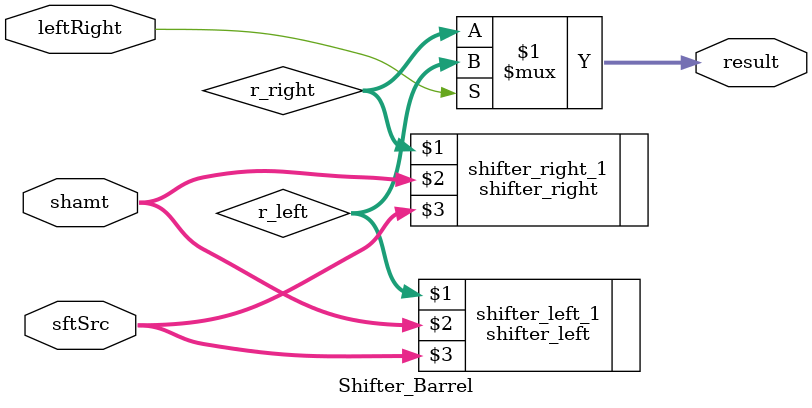
<source format=v>
module Shifter_Barrel( result, leftRight, shamt, sftSrc );
    
  output wire[15:0] result;

  input wire leftRight;
  input wire[3:0] shamt;
  input wire[15:0] sftSrc;
  wire [15:0] r_right;
  wire [15:0] r_left;
 
 ///////////////////////////////////////////////////////////////   16bits_shifter ///////////////////////////////////////////////////////////////
  shifter_right shifter_right_1( r_right , shamt , sftSrc);  // " r_right " is  the result of shifting right
  shifter_left shifter_left_1( r_left , shamt , sftSrc);     // " r_left " is the result of shifting left
  
  assign result = leftRight ? r_left : r_right;   //  according to leftRight to choose r_left or r_right
 //////////////////////////////////////////////////////////////////////////////////////////////////////////////////////////////////////////////////////
 
  endmodule
</source>
